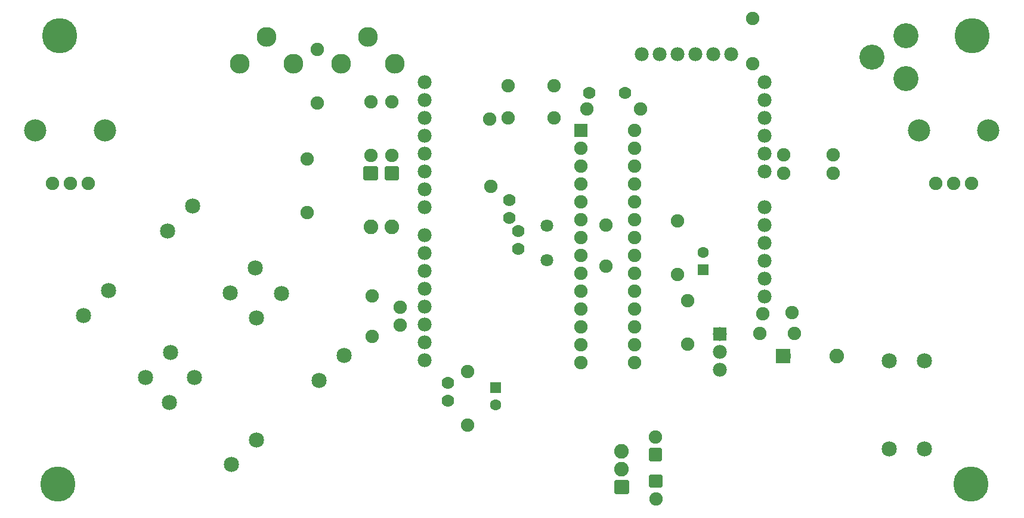
<source format=gtl>
G04 MADE WITH FRITZING*
G04 WWW.FRITZING.ORG*
G04 DOUBLE SIDED*
G04 HOLES PLATED*
G04 CONTOUR ON CENTER OF CONTOUR VECTOR*
%ASAXBY*%
%FSLAX23Y23*%
%MOIN*%
%OFA0B0*%
%SFA1.0B1.0*%
%ADD10C,0.196851*%
%ADD11C,0.075000*%
%ADD12C,0.082000*%
%ADD13C,0.074667*%
%ADD14C,0.074695*%
%ADD15C,0.124033*%
%ADD16C,0.070000*%
%ADD17C,0.062992*%
%ADD18C,0.140000*%
%ADD19C,0.078000*%
%ADD20C,0.070925*%
%ADD21C,0.070866*%
%ADD22C,0.085000*%
%ADD23C,0.110551*%
%ADD24R,0.062992X0.062992*%
%ADD25R,0.078000X0.078000*%
%ADD26R,0.082000X0.082000*%
%ADD27R,0.075000X0.075000*%
%ADD28C,0.020000*%
%LNCOPPER1*%
G90*
G70*
G54D10*
X291Y2805D03*
X283Y293D03*
X5393Y2805D03*
X5385Y293D03*
G54D11*
X2039Y1120D03*
X2039Y1348D03*
G54D12*
X2149Y2033D03*
X2149Y1735D03*
X2031Y2033D03*
X2031Y1735D03*
G54D11*
X2031Y2435D03*
X2031Y2135D03*
X2149Y2435D03*
X2149Y2135D03*
X1677Y2112D03*
X1677Y1812D03*
X2196Y1285D03*
X2196Y1185D03*
X1732Y2427D03*
X1732Y2727D03*
G54D13*
X252Y1978D03*
X352Y1978D03*
G54D14*
X452Y1978D03*
G54D15*
X157Y2273D03*
X546Y2273D03*
G54D13*
X5189Y1978D03*
X5289Y1978D03*
G54D14*
X5389Y1978D03*
G54D15*
X5094Y2273D03*
X5483Y2273D03*
G54D11*
X4165Y2647D03*
X4165Y2899D03*
X4338Y2033D03*
X4614Y2033D03*
X4338Y2136D03*
X4614Y2136D03*
X3346Y1515D03*
X3346Y1745D03*
X4400Y1136D03*
X4207Y1136D03*
X2696Y2338D03*
X2703Y1960D03*
X3625Y310D03*
X3625Y210D03*
X3622Y458D03*
X3622Y558D03*
X3802Y1078D03*
X3802Y1319D03*
G54D16*
X2461Y760D03*
X2461Y860D03*
G54D17*
X2728Y835D03*
X2728Y737D03*
G54D11*
X2572Y924D03*
X2572Y624D03*
G54D17*
X3888Y1493D03*
X3888Y1591D03*
G54D11*
X3054Y2345D03*
X2798Y2345D03*
X3054Y2522D03*
X2798Y2522D03*
X3239Y2393D03*
X3539Y2393D03*
X3747Y1466D03*
X3747Y1766D03*
X4386Y1252D03*
X4222Y1247D03*
G54D18*
X5023Y2565D03*
X5023Y2805D03*
X4833Y2685D03*
G54D12*
X3433Y277D03*
X3433Y377D03*
X3433Y477D03*
G54D19*
X3981Y1134D03*
X3981Y1034D03*
X3981Y934D03*
G54D12*
X4338Y1010D03*
X4636Y1010D03*
G54D20*
X3015Y1740D03*
G54D21*
X3015Y1546D03*
G54D16*
X2804Y1782D03*
X2804Y1882D03*
X2857Y1609D03*
X2857Y1709D03*
X3252Y2484D03*
X3452Y2484D03*
G54D19*
X2331Y1686D03*
X2331Y1586D03*
X2331Y1486D03*
X2331Y1386D03*
X2331Y1286D03*
X2331Y1186D03*
X2331Y1086D03*
X2331Y986D03*
X2331Y2545D03*
X2331Y2445D03*
X2331Y2345D03*
X2331Y2245D03*
X2331Y2145D03*
X2331Y2045D03*
X2331Y1945D03*
X2331Y1845D03*
X4231Y1845D03*
X4231Y1745D03*
X4231Y1645D03*
X4231Y1545D03*
X4231Y1445D03*
X4231Y1345D03*
X4231Y2545D03*
X4231Y2445D03*
X4231Y2345D03*
X4231Y2245D03*
X4231Y2145D03*
X4231Y2045D03*
G54D11*
X3204Y2273D03*
X3504Y2273D03*
X3204Y2173D03*
X3504Y2173D03*
X3204Y2073D03*
X3504Y2073D03*
X3204Y1973D03*
X3504Y1973D03*
X3204Y1873D03*
X3504Y1873D03*
X3204Y1773D03*
X3504Y1773D03*
X3204Y1673D03*
X3504Y1673D03*
X3204Y1573D03*
X3504Y1573D03*
X3204Y1473D03*
X3504Y1473D03*
X3204Y1373D03*
X3504Y1373D03*
X3204Y1273D03*
X3504Y1273D03*
X3204Y1173D03*
X3504Y1173D03*
X3204Y1073D03*
X3504Y1073D03*
X3204Y973D03*
X3504Y973D03*
G54D19*
X4045Y2699D03*
X3945Y2699D03*
X3845Y2699D03*
X3745Y2699D03*
X3645Y2699D03*
X3545Y2699D03*
G54D22*
X1245Y1362D03*
X1384Y1502D03*
X1036Y1850D03*
X897Y1710D03*
X1245Y1362D03*
X1384Y1502D03*
X1036Y1850D03*
X897Y1710D03*
X773Y890D03*
X912Y1029D03*
X564Y1377D03*
X425Y1238D03*
X773Y890D03*
X912Y1029D03*
X564Y1377D03*
X425Y1238D03*
X1253Y402D03*
X1392Y541D03*
X1044Y889D03*
X905Y750D03*
X1253Y402D03*
X1392Y541D03*
X1044Y889D03*
X905Y750D03*
X1741Y874D03*
X1881Y1013D03*
X1533Y1361D03*
X1393Y1222D03*
X1741Y874D03*
X1881Y1013D03*
X1533Y1361D03*
X1393Y1222D03*
X4929Y490D03*
X5126Y490D03*
X5126Y982D03*
X4929Y982D03*
X4929Y490D03*
X5126Y490D03*
X5126Y982D03*
X4929Y982D03*
G54D23*
X2015Y2798D03*
X2165Y2647D03*
X1865Y2647D03*
X1449Y2798D03*
X1598Y2647D03*
X1298Y2647D03*
G54D24*
X2728Y835D03*
X3888Y1493D03*
G54D25*
X3981Y1134D03*
G54D26*
X4337Y1010D03*
G54D27*
X3204Y2273D03*
G54D28*
X2180Y2003D02*
X2118Y2003D01*
X2118Y2065D01*
X2180Y2065D01*
X2180Y2003D01*
D02*
X2062Y2003D02*
X2000Y2003D01*
X2000Y2065D01*
X2062Y2065D01*
X2062Y2003D01*
D02*
X3652Y282D02*
X3597Y282D01*
X3597Y337D01*
X3652Y337D01*
X3652Y282D01*
D02*
X3594Y486D02*
X3649Y486D01*
X3649Y431D01*
X3594Y431D01*
X3594Y486D01*
D02*
X3402Y308D02*
X3464Y308D01*
X3464Y246D01*
X3402Y246D01*
X3402Y308D01*
D02*
G04 End of Copper1*
M02*
</source>
